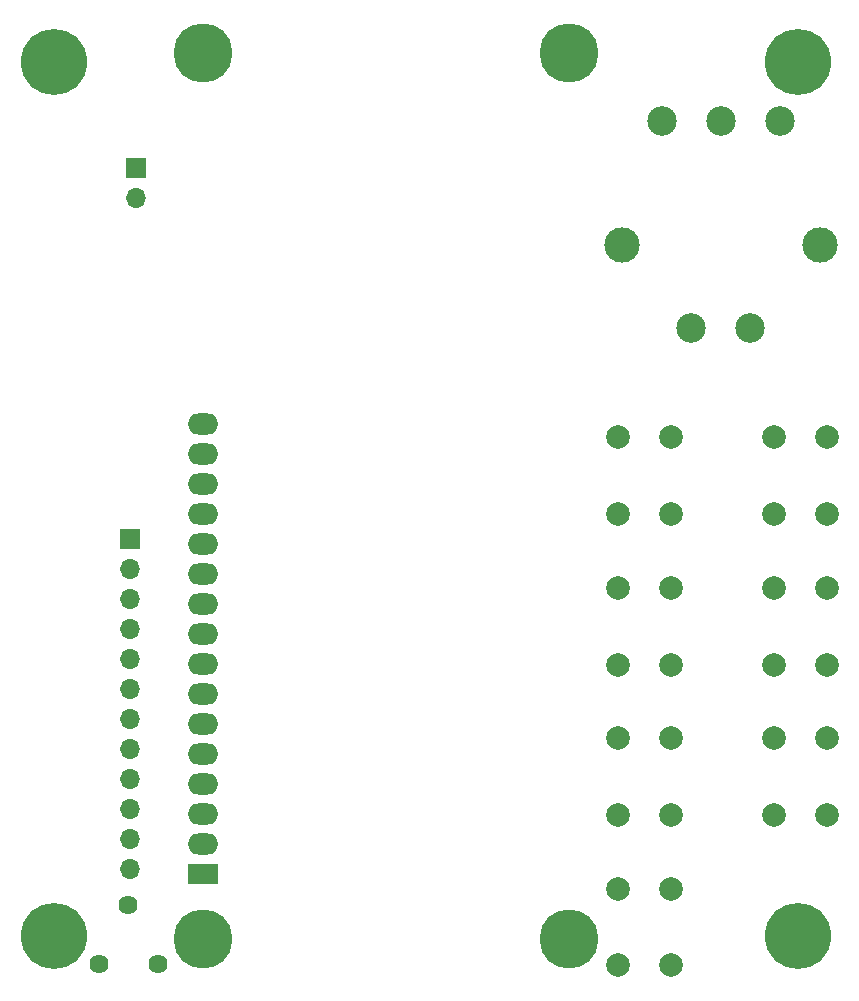
<source format=gbs>
G04 #@! TF.FileFunction,Soldermask,Bot*
%FSLAX46Y46*%
G04 Gerber Fmt 4.6, Leading zero omitted, Abs format (unit mm)*
G04 Created by KiCad (PCBNEW 4.0.7-e2-6376~58~ubuntu14.04.1) date Mon Jan  1 12:03:23 2018*
%MOMM*%
%LPD*%
G01*
G04 APERTURE LIST*
%ADD10C,0.100000*%
%ADD11R,2.600000X1.800000*%
%ADD12O,2.600000X1.800000*%
%ADD13C,5.000000*%
%ADD14C,5.600000*%
%ADD15R,1.700000X1.700000*%
%ADD16O,1.700000X1.700000*%
%ADD17C,1.620000*%
%ADD18C,2.000000*%
%ADD19C,2.500000*%
%ADD20C,3.000000*%
G04 APERTURE END LIST*
D10*
D11*
X87630000Y-111760000D03*
D12*
X87630000Y-109220000D03*
X87630000Y-106680000D03*
X87630000Y-104140000D03*
X87630000Y-101600000D03*
X87630000Y-99060000D03*
X87630000Y-96520000D03*
X87630000Y-93980000D03*
X87630000Y-91440000D03*
X87630000Y-88900000D03*
X87630000Y-86360000D03*
X87630000Y-83820000D03*
X87630000Y-81280000D03*
X87630000Y-78740000D03*
X87630000Y-76200000D03*
X87630000Y-73660000D03*
D13*
X87630000Y-117259100D03*
X118630700Y-117259100D03*
X118630700Y-42260520D03*
X87630000Y-42260000D03*
D14*
X75000000Y-43000000D03*
X138000000Y-43000000D03*
X138000000Y-117000000D03*
X75000000Y-117000000D03*
D15*
X81500000Y-83400000D03*
D16*
X81500000Y-85940000D03*
X81500000Y-88480000D03*
X81500000Y-91020000D03*
X81500000Y-93560000D03*
X81500000Y-96100000D03*
X81500000Y-98640000D03*
X81500000Y-101180000D03*
X81500000Y-103720000D03*
X81500000Y-106260000D03*
X81500000Y-108800000D03*
X81500000Y-111340000D03*
D15*
X82000000Y-52000000D03*
D16*
X82000000Y-54540000D03*
D17*
X78820000Y-119380000D03*
X81320000Y-114380000D03*
X83820000Y-119380000D03*
D18*
X140500000Y-94033000D03*
X136000000Y-94033000D03*
X140500000Y-87533000D03*
X136000000Y-87533000D03*
X140500000Y-81300000D03*
X136000000Y-81300000D03*
X140500000Y-74800000D03*
X136000000Y-74800000D03*
X127300000Y-106770000D03*
X122800000Y-106770000D03*
X127300000Y-100270000D03*
X122800000Y-100270000D03*
X127300000Y-119500000D03*
X122800000Y-119500000D03*
X127300000Y-113000000D03*
X122800000Y-113000000D03*
X127300000Y-81300000D03*
X122800000Y-81300000D03*
X127300000Y-74800000D03*
X122800000Y-74800000D03*
X127300000Y-94033000D03*
X122800000Y-94033000D03*
X127300000Y-87533000D03*
X122800000Y-87533000D03*
X140500000Y-106770000D03*
X136000000Y-106770000D03*
X140500000Y-100270000D03*
X136000000Y-100270000D03*
D19*
X134000000Y-65500000D03*
X136500000Y-48000000D03*
X131500000Y-48000000D03*
X126500000Y-48000000D03*
X129000000Y-65500000D03*
D20*
X123100000Y-58500000D03*
X139900000Y-58500000D03*
M02*

</source>
